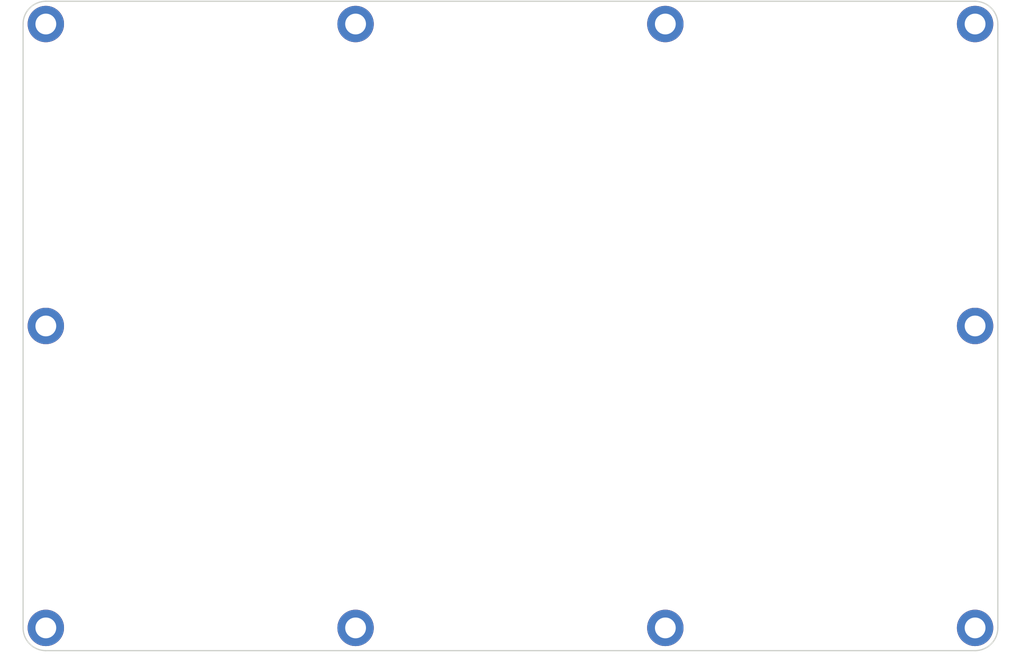
<source format=kicad_pcb>
(kicad_pcb (version 20221018) (generator pcbnew)
  (title_block (company "splitkb"))
  (layers (0 "F.Cu" signal) (31 "B.Cu" signal) (34 "B.Paste" user) (35 "F.Paste" user) (36 "B.SilkS" user "B.Silkscreen") (37 "F.SilkS" user "F.Silkscreen") (38 "B.Mask" user) (39 "F.Mask" user) (44 "Edge.Cuts" user))
  (net 0 "")
  (footprint "MountingHole:MountingHole_3.2mm_M3_DIN965_Pad" (layer "F.Cu") (at 73.5 141.5)
    (fp_text reference "H7" hide)
    (fp_text value "mount_bottom_left")
    (pad "1" thru_hole circle (at 0 0) (size 5.6 5.6) (drill 3.2) (layers "*.Cu" "*.Mask"))
  )
  (footprint "MountingHole:MountingHole_3.2mm_M3_DIN965_Pad" (layer "F.Cu") (at 168.833 141.5)
    (fp_text reference "H9" hide)
    (fp_text value "mount_bottom_right_second")
    (pad "1" thru_hole circle (at 0 0) (size 5.6 5.6) (drill 3.2) (layers "*.Cu" "*.Mask"))
  )
  (footprint "MountingHole:MountingHole_3.2mm_M3_DIN965_Pad" (layer "F.Cu") (at 121.167 48.5)
    (fp_text reference "H2" hide)
    (fp_text value "mount_top_left_second")
    (pad "1" thru_hole circle (at 0 0) (size 5.6 5.6) (drill 3.2) (layers "*.Cu" "*.Mask"))
  )
  (footprint "MountingHole:MountingHole_3.2mm_M3_DIN965_Pad" (layer "F.Cu") (at 216.5 141.5)
    (fp_text reference "H10" hide)
    (fp_text value "mount_bottom_right")
    (pad "1" thru_hole circle (at 0 0) (size 5.6 5.6) (drill 3.2) (layers "*.Cu" "*.Mask"))
  )
  (footprint "MountingHole:MountingHole_3.2mm_M3_DIN965_Pad" (layer "F.Cu") (at 121.167 141.5)
    (fp_text reference "H8" hide)
    (fp_text value "mount_bottom_left_second")
    (pad "1" thru_hole circle (at 0 0) (size 5.6 5.6) (drill 3.2) (layers "*.Cu" "*.Mask"))
  )
  (footprint "MountingHole:MountingHole_3.2mm_M3_DIN965_Pad" (layer "F.Cu") (at 216.5 48.5)
    (fp_text reference "H4" hide)
    (fp_text value "mount_top_right")
    (pad "1" thru_hole circle (at 0 0) (size 5.6 5.6) (drill 3.2) (layers "*.Cu" "*.Mask"))
  )
  (footprint "MountingHole:MountingHole_3.2mm_M3_DIN965_Pad" (layer "F.Cu") (at 216.5 95)
    (fp_text reference "H6" hide)
    (fp_text value "mount_middle_right")
    (pad "1" thru_hole circle (at 0 0) (size 5.6 5.6) (drill 3.2) (layers "*.Cu" "*.Mask"))
  )
  (footprint "MountingHole:MountingHole_3.2mm_M3_DIN965_Pad" (layer "F.Cu") (at 73.5 48.5)
    (fp_text reference "H1" hide)
    (fp_text value "mount_top_left")
    (pad "1" thru_hole circle (at 0 0) (size 5.6 5.6) (drill 3.2) (layers "*.Cu" "*.Mask"))
  )
  (footprint "MountingHole:MountingHole_3.2mm_M3_DIN965_Pad" (layer "F.Cu") (at 168.833 48.5)
    (fp_text reference "H3" hide)
    (fp_text value "mount_top_right_second")
    (pad "1" thru_hole circle (at 0 0) (size 5.6 5.6) (drill 3.2) (layers "*.Cu" "*.Mask"))
  )
  (footprint "MountingHole:MountingHole_3.2mm_M3_DIN965_Pad" (layer "F.Cu") (at 73.5 95)
    (fp_text reference "H5" hide)
    (fp_text value "mount_middle_left")
    (pad "1" thru_hole circle (at 0 0) (size 5.6 5.6) (drill 3.2) (layers "*.Cu" "*.Mask"))
  )
  (gr_arc (start 216.5 44.999995) (mid 218.974894 46.025114) (end 220 48.499995) (stroke (width 0.2)) (layer "Edge.Cuts"))
  (gr_arc (start 220 141.499995) (mid 218.974882 143.97488) (end 216.5 144.999995) (stroke (width 0.2)) (layer "Edge.Cuts"))
  (gr_arc (start 73.5 144.999995) (mid 71.025126 143.974869) (end 70 141.499995) (stroke (width 0.2)) (layer "Edge.Cuts"))
  (gr_arc (start 70 48.499995) (mid 71.025126 46.025121) (end 73.5 44.999995) (stroke (width 0.2)) (layer "Edge.Cuts"))
  (gr_line (start 220 141.499995) (end 220 48.499995) (stroke (width 0.2)) (layer "Edge.Cuts"))
  (gr_line (start 73.5 144.999995) (end 216.5 144.999995) (stroke (width 0.2)) (layer "Edge.Cuts"))
  (gr_line (start 70 48.499995) (end 70 141.499995) (stroke (width 0.2)) (layer "Edge.Cuts"))
  (gr_line (start 216.5 44.999995) (end 73.5 44.999995) (stroke (width 0.2)) (layer "Edge.Cuts"))
)
</source>
